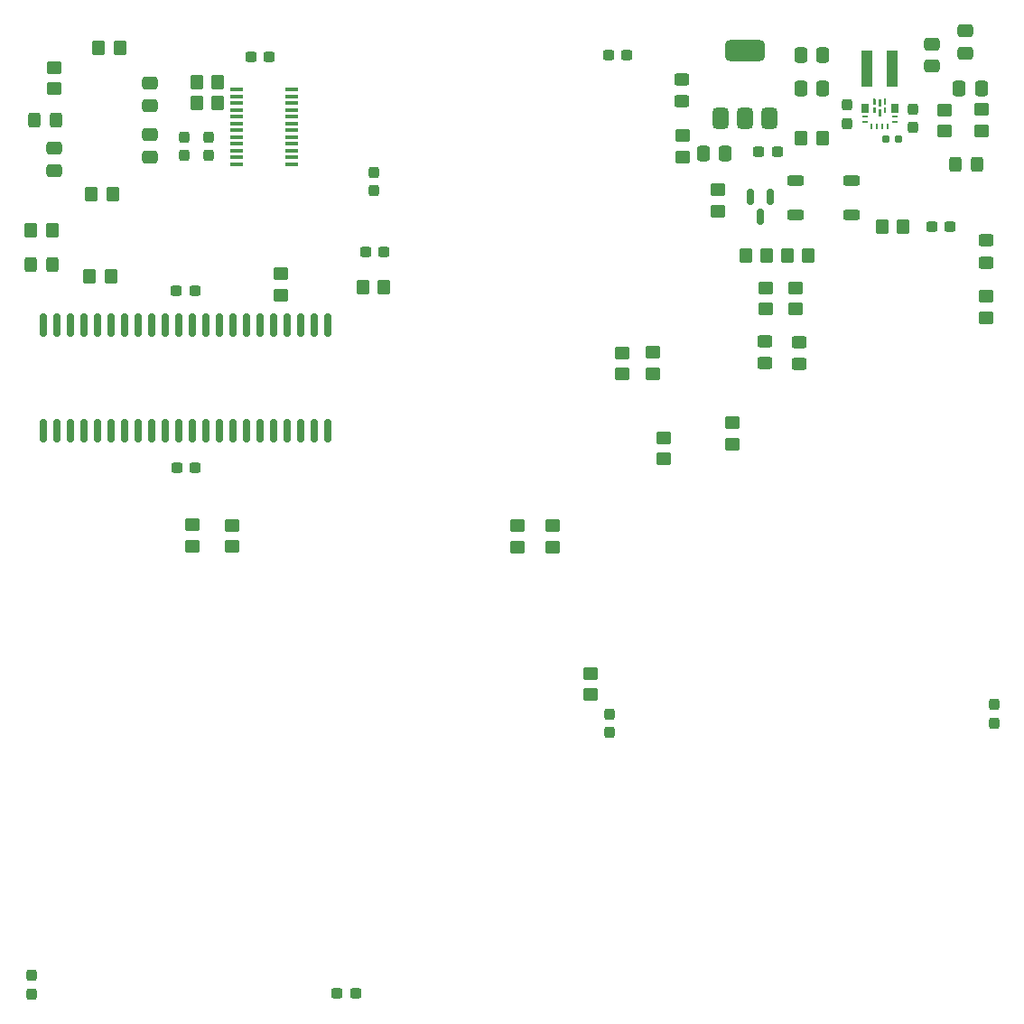
<source format=gtp>
G04 #@! TF.GenerationSoftware,KiCad,Pcbnew,8.0.8-8.0.8-0~ubuntu24.04.1*
G04 #@! TF.CreationDate,2025-02-16T17:20:59-06:00*
G04 #@! TF.ProjectId,SingleBoardComputer,53696e67-6c65-4426-9f61-7264436f6d70,2.0*
G04 #@! TF.SameCoordinates,Original*
G04 #@! TF.FileFunction,Paste,Top*
G04 #@! TF.FilePolarity,Positive*
%FSLAX46Y46*%
G04 Gerber Fmt 4.6, Leading zero omitted, Abs format (unit mm)*
G04 Created by KiCad (PCBNEW 8.0.8-8.0.8-0~ubuntu24.04.1) date 2025-02-16 17:20:59*
%MOMM*%
%LPD*%
G01*
G04 APERTURE LIST*
G04 Aperture macros list*
%AMRoundRect*
0 Rectangle with rounded corners*
0 $1 Rounding radius*
0 $2 $3 $4 $5 $6 $7 $8 $9 X,Y pos of 4 corners*
0 Add a 4 corners polygon primitive as box body*
4,1,4,$2,$3,$4,$5,$6,$7,$8,$9,$2,$3,0*
0 Add four circle primitives for the rounded corners*
1,1,$1+$1,$2,$3*
1,1,$1+$1,$4,$5*
1,1,$1+$1,$6,$7*
1,1,$1+$1,$8,$9*
0 Add four rect primitives between the rounded corners*
20,1,$1+$1,$2,$3,$4,$5,0*
20,1,$1+$1,$4,$5,$6,$7,0*
20,1,$1+$1,$6,$7,$8,$9,0*
20,1,$1+$1,$8,$9,$2,$3,0*%
G04 Aperture macros list end*
%ADD10C,0.000000*%
%ADD11RoundRect,0.250000X-0.325000X-0.450000X0.325000X-0.450000X0.325000X0.450000X-0.325000X0.450000X0*%
%ADD12RoundRect,0.237500X-0.237500X0.300000X-0.237500X-0.300000X0.237500X-0.300000X0.237500X0.300000X0*%
%ADD13RoundRect,0.250000X-0.450000X0.350000X-0.450000X-0.350000X0.450000X-0.350000X0.450000X0.350000X0*%
%ADD14RoundRect,0.250000X-0.350000X-0.450000X0.350000X-0.450000X0.350000X0.450000X-0.350000X0.450000X0*%
%ADD15RoundRect,0.250000X0.450000X-0.350000X0.450000X0.350000X-0.450000X0.350000X-0.450000X-0.350000X0*%
%ADD16RoundRect,0.237500X0.300000X0.237500X-0.300000X0.237500X-0.300000X-0.237500X0.300000X-0.237500X0*%
%ADD17RoundRect,0.250000X0.350000X0.450000X-0.350000X0.450000X-0.350000X-0.450000X0.350000X-0.450000X0*%
%ADD18RoundRect,0.237500X0.237500X-0.300000X0.237500X0.300000X-0.237500X0.300000X-0.237500X-0.300000X0*%
%ADD19RoundRect,0.250000X0.325000X0.450000X-0.325000X0.450000X-0.325000X-0.450000X0.325000X-0.450000X0*%
%ADD20RoundRect,0.250000X0.337500X0.475000X-0.337500X0.475000X-0.337500X-0.475000X0.337500X-0.475000X0*%
%ADD21RoundRect,0.250000X-0.475000X0.337500X-0.475000X-0.337500X0.475000X-0.337500X0.475000X0.337500X0*%
%ADD22R,0.980000X3.400000*%
%ADD23RoundRect,0.375000X0.375000X-0.625000X0.375000X0.625000X-0.375000X0.625000X-0.375000X-0.625000X0*%
%ADD24RoundRect,0.500000X1.400000X-0.500000X1.400000X0.500000X-1.400000X0.500000X-1.400000X-0.500000X0*%
%ADD25RoundRect,0.155000X-0.212500X-0.155000X0.212500X-0.155000X0.212500X0.155000X-0.212500X0.155000X0*%
%ADD26RoundRect,0.250000X0.475000X-0.337500X0.475000X0.337500X-0.475000X0.337500X-0.475000X-0.337500X0*%
%ADD27RoundRect,0.250000X0.450000X-0.325000X0.450000X0.325000X-0.450000X0.325000X-0.450000X-0.325000X0*%
%ADD28R,0.240000X0.599999*%
%ADD29R,0.599999X0.240000*%
%ADD30R,0.700001X0.850001*%
%ADD31RoundRect,0.250000X-0.450000X0.325000X-0.450000X-0.325000X0.450000X-0.325000X0.450000X0.325000X0*%
%ADD32RoundRect,0.237500X-0.300000X-0.237500X0.300000X-0.237500X0.300000X0.237500X-0.300000X0.237500X0*%
%ADD33RoundRect,0.150000X-0.150000X0.587500X-0.150000X-0.587500X0.150000X-0.587500X0.150000X0.587500X0*%
%ADD34R,1.200000X0.400000*%
%ADD35RoundRect,0.150000X-0.150000X0.925000X-0.150000X-0.925000X0.150000X-0.925000X0.150000X0.925000X0*%
%ADD36RoundRect,0.250000X-0.337500X-0.475000X0.337500X-0.475000X0.337500X0.475000X-0.337500X0.475000X0*%
%ADD37RoundRect,0.250000X0.525000X0.250000X-0.525000X0.250000X-0.525000X-0.250000X0.525000X-0.250000X0*%
G04 APERTURE END LIST*
D10*
G36*
X182997758Y-52385955D02*
G01*
X183007138Y-52388800D01*
X183015782Y-52393423D01*
X183023359Y-52399641D01*
X183029576Y-52407218D01*
X183034197Y-52415861D01*
X183037042Y-52425242D01*
X183038002Y-52434995D01*
X183038002Y-53084996D01*
X183037042Y-53094750D01*
X183034197Y-53104130D01*
X183029576Y-53112774D01*
X183023359Y-53120351D01*
X183015782Y-53126569D01*
X183007138Y-53131191D01*
X182997758Y-53134036D01*
X182988002Y-53134996D01*
X182838002Y-53134996D01*
X182828248Y-53134036D01*
X182818868Y-53131191D01*
X182810225Y-53126569D01*
X182802648Y-53120351D01*
X182796430Y-53112774D01*
X182791810Y-53104130D01*
X182788965Y-53094750D01*
X182788002Y-53084996D01*
X182788002Y-52434995D01*
X182788965Y-52425242D01*
X182791810Y-52415861D01*
X182796430Y-52407218D01*
X182802648Y-52399641D01*
X182810225Y-52393423D01*
X182818868Y-52388800D01*
X182828248Y-52385955D01*
X182838002Y-52384995D01*
X182988002Y-52384995D01*
X182997758Y-52385955D01*
G37*
G36*
X182997755Y-52385955D02*
G01*
X183007136Y-52388800D01*
X183015779Y-52393420D01*
X183023356Y-52399638D01*
X183029574Y-52407215D01*
X183034197Y-52415859D01*
X183037042Y-52425239D01*
X183038002Y-52434995D01*
X183038002Y-52584995D01*
X183037042Y-52594748D01*
X183034197Y-52604129D01*
X183029574Y-52612772D01*
X183023356Y-52620349D01*
X183015779Y-52626567D01*
X183007136Y-52631187D01*
X182997755Y-52634032D01*
X182988002Y-52634995D01*
X182488003Y-52634995D01*
X182478249Y-52634032D01*
X182468869Y-52631187D01*
X182460225Y-52626567D01*
X182452648Y-52620349D01*
X182446431Y-52612772D01*
X182441808Y-52604129D01*
X182438963Y-52594748D01*
X182438003Y-52584995D01*
X182438003Y-52434995D01*
X182438963Y-52425239D01*
X182441808Y-52415859D01*
X182446431Y-52407215D01*
X182452648Y-52399638D01*
X182460225Y-52393420D01*
X182468869Y-52388800D01*
X182478249Y-52385955D01*
X182488003Y-52384995D01*
X182988002Y-52384995D01*
X182997755Y-52385955D01*
G37*
G36*
X182997755Y-52885959D02*
G01*
X183007136Y-52888804D01*
X183015779Y-52893425D01*
X183023356Y-52899642D01*
X183029574Y-52907219D01*
X183034197Y-52915863D01*
X183037042Y-52925243D01*
X183038002Y-52934997D01*
X183038002Y-53084996D01*
X183037042Y-53094753D01*
X183034197Y-53104133D01*
X183029574Y-53112776D01*
X183023356Y-53120353D01*
X183015779Y-53126571D01*
X183007136Y-53131191D01*
X182997755Y-53134036D01*
X182988002Y-53134996D01*
X182488003Y-53134996D01*
X182478249Y-53134036D01*
X182468869Y-53131191D01*
X182460225Y-53126571D01*
X182452648Y-53120353D01*
X182446431Y-53112776D01*
X182441808Y-53104133D01*
X182438963Y-53094753D01*
X182438003Y-53084996D01*
X182438003Y-52934997D01*
X182438963Y-52925243D01*
X182441808Y-52915863D01*
X182446431Y-52907219D01*
X182452648Y-52899642D01*
X182460225Y-52893425D01*
X182468869Y-52888804D01*
X182478249Y-52885959D01*
X182488003Y-52884997D01*
X182988002Y-52884997D01*
X182997755Y-52885959D01*
G37*
G36*
X183722758Y-51835456D02*
G01*
X183732138Y-51838301D01*
X183740782Y-51842924D01*
X183748358Y-51849142D01*
X183754576Y-51856718D01*
X183759197Y-51865362D01*
X183762041Y-51874742D01*
X183763004Y-51884496D01*
X183763004Y-52359496D01*
X183762041Y-52369250D01*
X183759197Y-52378630D01*
X183754576Y-52387274D01*
X183748358Y-52394850D01*
X183740782Y-52401068D01*
X183732138Y-52405691D01*
X183722758Y-52408536D01*
X183713004Y-52409496D01*
X183563004Y-52409496D01*
X183553248Y-52408536D01*
X183543868Y-52405691D01*
X183535224Y-52401068D01*
X183527648Y-52394850D01*
X183521430Y-52387274D01*
X183516809Y-52378630D01*
X183513965Y-52369250D01*
X183513005Y-52359496D01*
X183513005Y-51884496D01*
X183513965Y-51874742D01*
X183516809Y-51865362D01*
X183521430Y-51856718D01*
X183527648Y-51849142D01*
X183535224Y-51842924D01*
X183543868Y-51838301D01*
X183553248Y-51835456D01*
X183563004Y-51834496D01*
X183713004Y-51834496D01*
X183722758Y-51835456D01*
G37*
G36*
X183722758Y-52610456D02*
G01*
X183732138Y-52613301D01*
X183740782Y-52617923D01*
X183748358Y-52624141D01*
X183754576Y-52631718D01*
X183759197Y-52640362D01*
X183762041Y-52649742D01*
X183763004Y-52659496D01*
X183763004Y-53134496D01*
X183762041Y-53144250D01*
X183759197Y-53153630D01*
X183754576Y-53162273D01*
X183748358Y-53169850D01*
X183740782Y-53176068D01*
X183732138Y-53180691D01*
X183722758Y-53183536D01*
X183713004Y-53184496D01*
X183563004Y-53184496D01*
X183553248Y-53183536D01*
X183543868Y-53180691D01*
X183535224Y-53176068D01*
X183527648Y-53169850D01*
X183521430Y-53162273D01*
X183516809Y-53153630D01*
X183513965Y-53144250D01*
X183513005Y-53134496D01*
X183513005Y-52659496D01*
X183513965Y-52649742D01*
X183516809Y-52640362D01*
X183521430Y-52631718D01*
X183527648Y-52624141D01*
X183535224Y-52617923D01*
X183543868Y-52613301D01*
X183553248Y-52610456D01*
X183563004Y-52609496D01*
X183713004Y-52609496D01*
X183722758Y-52610456D01*
G37*
G36*
X184222757Y-51865956D02*
G01*
X184232137Y-51868801D01*
X184240781Y-51873421D01*
X184248357Y-51879639D01*
X184254575Y-51887216D01*
X184259196Y-51895860D01*
X184262040Y-51905240D01*
X184263000Y-51914994D01*
X184263000Y-52534995D01*
X184262040Y-52544751D01*
X184259196Y-52554131D01*
X184254575Y-52562775D01*
X184248357Y-52570352D01*
X184240781Y-52576570D01*
X184232137Y-52581190D01*
X184222757Y-52584035D01*
X184213001Y-52584995D01*
X184063003Y-52584995D01*
X184053247Y-52584035D01*
X184043867Y-52581190D01*
X184035223Y-52576570D01*
X184027647Y-52570352D01*
X184021429Y-52562775D01*
X184016808Y-52554131D01*
X184013964Y-52544751D01*
X184013004Y-52534995D01*
X184013004Y-51914994D01*
X184013964Y-51905240D01*
X184016808Y-51895860D01*
X184021429Y-51887216D01*
X184027647Y-51879639D01*
X184035223Y-51873421D01*
X184043867Y-51868801D01*
X184053247Y-51865956D01*
X184063003Y-51864994D01*
X184213001Y-51864994D01*
X184222757Y-51865956D01*
G37*
G36*
X184222757Y-52785957D02*
G01*
X184232137Y-52788802D01*
X184240781Y-52793422D01*
X184248357Y-52799640D01*
X184254575Y-52807217D01*
X184259196Y-52815861D01*
X184262040Y-52825241D01*
X184263000Y-52834994D01*
X184263000Y-53454996D01*
X184262040Y-53464752D01*
X184259196Y-53474132D01*
X184254575Y-53482776D01*
X184248357Y-53490352D01*
X184240781Y-53496570D01*
X184232137Y-53501191D01*
X184222757Y-53504035D01*
X184213001Y-53504996D01*
X184063003Y-53504996D01*
X184053247Y-53504035D01*
X184043867Y-53501191D01*
X184035223Y-53496570D01*
X184027647Y-53490352D01*
X184021429Y-53482776D01*
X184016808Y-53474132D01*
X184013964Y-53464752D01*
X184013004Y-53454996D01*
X184013004Y-52834994D01*
X184013964Y-52825241D01*
X184016808Y-52815861D01*
X184021429Y-52807217D01*
X184027647Y-52799640D01*
X184035223Y-52793422D01*
X184043867Y-52788802D01*
X184053247Y-52785957D01*
X184063003Y-52784994D01*
X184213001Y-52784994D01*
X184222757Y-52785957D01*
G37*
G36*
X184722756Y-51835456D02*
G01*
X184732136Y-51838301D01*
X184740780Y-51842924D01*
X184748356Y-51849142D01*
X184754574Y-51856718D01*
X184759195Y-51865362D01*
X184762039Y-51874742D01*
X184762999Y-51884496D01*
X184762999Y-52359496D01*
X184762039Y-52369250D01*
X184759195Y-52378630D01*
X184754574Y-52387274D01*
X184748356Y-52394850D01*
X184740780Y-52401068D01*
X184732136Y-52405691D01*
X184722756Y-52408536D01*
X184713000Y-52409496D01*
X184563000Y-52409496D01*
X184553246Y-52408536D01*
X184543866Y-52405691D01*
X184535222Y-52401068D01*
X184527646Y-52394850D01*
X184521428Y-52387274D01*
X184516807Y-52378630D01*
X184513963Y-52369250D01*
X184513000Y-52359496D01*
X184513000Y-51884496D01*
X184513963Y-51874742D01*
X184516807Y-51865362D01*
X184521428Y-51856718D01*
X184527646Y-51849142D01*
X184535222Y-51842924D01*
X184543866Y-51838301D01*
X184553246Y-51835456D01*
X184563000Y-51834496D01*
X184713000Y-51834496D01*
X184722756Y-51835456D01*
G37*
G36*
X184722756Y-52610456D02*
G01*
X184732136Y-52613301D01*
X184740780Y-52617923D01*
X184748356Y-52624141D01*
X184754574Y-52631718D01*
X184759195Y-52640362D01*
X184762039Y-52649742D01*
X184762999Y-52659496D01*
X184762999Y-53134496D01*
X184762039Y-53144250D01*
X184759195Y-53153630D01*
X184754574Y-53162273D01*
X184748356Y-53169850D01*
X184740780Y-53176068D01*
X184732136Y-53180691D01*
X184722756Y-53183536D01*
X184713000Y-53184496D01*
X184563000Y-53184496D01*
X184553246Y-53183536D01*
X184543866Y-53180691D01*
X184535222Y-53176068D01*
X184527646Y-53169850D01*
X184521428Y-53162273D01*
X184516807Y-53153630D01*
X184513963Y-53144250D01*
X184513000Y-53134496D01*
X184513000Y-52659496D01*
X184513963Y-52649742D01*
X184516807Y-52640362D01*
X184521428Y-52631718D01*
X184527646Y-52624141D01*
X184535222Y-52617923D01*
X184543866Y-52613301D01*
X184553246Y-52610456D01*
X184563000Y-52609496D01*
X184713000Y-52609496D01*
X184722756Y-52610456D01*
G37*
G36*
X185797755Y-52385955D02*
G01*
X185807135Y-52388800D01*
X185815779Y-52393420D01*
X185823356Y-52399638D01*
X185829573Y-52407215D01*
X185834196Y-52415859D01*
X185837041Y-52425239D01*
X185838001Y-52434995D01*
X185838001Y-52584995D01*
X185837041Y-52594748D01*
X185834196Y-52604129D01*
X185829573Y-52612772D01*
X185823356Y-52620349D01*
X185815779Y-52626567D01*
X185807135Y-52631187D01*
X185797755Y-52634032D01*
X185788001Y-52634995D01*
X185288002Y-52634995D01*
X185278249Y-52634032D01*
X185268868Y-52631187D01*
X185260225Y-52626567D01*
X185252648Y-52620349D01*
X185246430Y-52612772D01*
X185241807Y-52604129D01*
X185238962Y-52594748D01*
X185238002Y-52584995D01*
X185238002Y-52434995D01*
X185238962Y-52425239D01*
X185241807Y-52415859D01*
X185246430Y-52407215D01*
X185252648Y-52399638D01*
X185260225Y-52393420D01*
X185268868Y-52388800D01*
X185278249Y-52385955D01*
X185288002Y-52384995D01*
X185788001Y-52384995D01*
X185797755Y-52385955D01*
G37*
G36*
X185797755Y-52885959D02*
G01*
X185807135Y-52888804D01*
X185815779Y-52893425D01*
X185823356Y-52899642D01*
X185829573Y-52907219D01*
X185834196Y-52915863D01*
X185837041Y-52925243D01*
X185838001Y-52934997D01*
X185838001Y-53084996D01*
X185837041Y-53094753D01*
X185834196Y-53104133D01*
X185829573Y-53112776D01*
X185823356Y-53120353D01*
X185815779Y-53126571D01*
X185807135Y-53131191D01*
X185797755Y-53134036D01*
X185788001Y-53134996D01*
X185288002Y-53134996D01*
X185278249Y-53134036D01*
X185268868Y-53131191D01*
X185260225Y-53126571D01*
X185252648Y-53120353D01*
X185246430Y-53112776D01*
X185241807Y-53104133D01*
X185238962Y-53094753D01*
X185238002Y-53084996D01*
X185238002Y-52934997D01*
X185238962Y-52925243D01*
X185241807Y-52915863D01*
X185246430Y-52907219D01*
X185252648Y-52899642D01*
X185260225Y-52893425D01*
X185268868Y-52888804D01*
X185278249Y-52885959D01*
X185288002Y-52884997D01*
X185788001Y-52884997D01*
X185797755Y-52885959D01*
G37*
G36*
X185447756Y-52385955D02*
G01*
X185457136Y-52388800D01*
X185465779Y-52393423D01*
X185473356Y-52399641D01*
X185479574Y-52407218D01*
X185484194Y-52415861D01*
X185487039Y-52425242D01*
X185488002Y-52434995D01*
X185488002Y-53084996D01*
X185487039Y-53094750D01*
X185484194Y-53104130D01*
X185479574Y-53112774D01*
X185473356Y-53120351D01*
X185465779Y-53126569D01*
X185457136Y-53131191D01*
X185447756Y-53134036D01*
X185438002Y-53134996D01*
X185288002Y-53134996D01*
X185278246Y-53134036D01*
X185268866Y-53131191D01*
X185260222Y-53126569D01*
X185252645Y-53120351D01*
X185246428Y-53112774D01*
X185241807Y-53104130D01*
X185238962Y-53094750D01*
X185238002Y-53084996D01*
X185238002Y-52434995D01*
X185238962Y-52425242D01*
X185241807Y-52415861D01*
X185246428Y-52407218D01*
X185252645Y-52399641D01*
X185260222Y-52393423D01*
X185268866Y-52388800D01*
X185278246Y-52385955D01*
X185288002Y-52384995D01*
X185438002Y-52384995D01*
X185447756Y-52385955D01*
G37*
D11*
X191250000Y-57975000D03*
X193300000Y-57975000D03*
D12*
X194900000Y-108637500D03*
X194900000Y-110362500D03*
D13*
X119725000Y-91800000D03*
X119725000Y-93800000D03*
D14*
X110912400Y-47066200D03*
X112912400Y-47066200D03*
D15*
X157040000Y-107700000D03*
X157040000Y-105700000D03*
D16*
X134987500Y-135725000D03*
X133262500Y-135725000D03*
D15*
X160020000Y-77657200D03*
X160020000Y-75657200D03*
D17*
X177470000Y-66560000D03*
X175470000Y-66560000D03*
D18*
X158830000Y-111252500D03*
X158830000Y-109527500D03*
D19*
X106900000Y-53850000D03*
X104850000Y-53850000D03*
D13*
X176276000Y-69561200D03*
X176276000Y-71561200D03*
D12*
X118900000Y-55447900D03*
X118900000Y-57172900D03*
D20*
X169660200Y-56940200D03*
X167585200Y-56940200D03*
D21*
X192160200Y-45452700D03*
X192160200Y-47527700D03*
D13*
X170310000Y-82200000D03*
X170310000Y-84200000D03*
X168950000Y-60360000D03*
X168950000Y-62360000D03*
D22*
X182915600Y-49011800D03*
X185285600Y-49011800D03*
D17*
X122090200Y-50310200D03*
X120090200Y-50310200D03*
D18*
X181052600Y-54141500D03*
X181052600Y-52416500D03*
D12*
X121200000Y-55437500D03*
X121200000Y-57162500D03*
D23*
X169210200Y-53640200D03*
X171510200Y-53640200D03*
D24*
X171510200Y-47340200D03*
D23*
X173810200Y-53640200D03*
D25*
X184757500Y-55625000D03*
X185892500Y-55625000D03*
D17*
X186350000Y-63800000D03*
X184350000Y-63800000D03*
D13*
X163920000Y-83610000D03*
X163920000Y-85610000D03*
D26*
X115712200Y-52457700D03*
X115712200Y-50382700D03*
D13*
X153450000Y-91850000D03*
X153450000Y-93850000D03*
D16*
X160437500Y-47750000D03*
X158712500Y-47750000D03*
D21*
X189060200Y-46702700D03*
X189060200Y-48777700D03*
D27*
X173370000Y-76600000D03*
X173370000Y-74550000D03*
D28*
X183388001Y-54434996D03*
X183888000Y-54434996D03*
X184388002Y-54434996D03*
X184888000Y-54434996D03*
D29*
X185538002Y-54009996D03*
X185538002Y-53509997D03*
D30*
X185538002Y-52759996D03*
X185538002Y-52759996D03*
X182738002Y-52759996D03*
X182738002Y-52759996D03*
D29*
X182738002Y-53509997D03*
X182738002Y-54009996D03*
D20*
X193660200Y-50890200D03*
X191585200Y-50890200D03*
D31*
X165600000Y-50000000D03*
X165600000Y-52050000D03*
D13*
X173456600Y-71545200D03*
X173456600Y-69545200D03*
X150150000Y-91850000D03*
X150150000Y-93850000D03*
D31*
X194125000Y-65125000D03*
X194125000Y-67175000D03*
D14*
X110075000Y-68450000D03*
X112075000Y-68450000D03*
D16*
X137662500Y-66225000D03*
X135937500Y-66225000D03*
D14*
X135675000Y-69525000D03*
X137675000Y-69525000D03*
X176759300Y-55488800D03*
X178759300Y-55488800D03*
D32*
X125197700Y-47900000D03*
X126922700Y-47900000D03*
D27*
X176580000Y-76710000D03*
X176580000Y-74660000D03*
D13*
X123400000Y-91825000D03*
X123400000Y-93825000D03*
D33*
X173892500Y-61022500D03*
X171992500Y-61022500D03*
X172942500Y-62897500D03*
D15*
X194150000Y-72375000D03*
X194150000Y-70375000D03*
D21*
X115720200Y-55218200D03*
X115720200Y-57293200D03*
D13*
X190230700Y-52888600D03*
X190230700Y-54888600D03*
D34*
X129040200Y-57960200D03*
X129040200Y-57325200D03*
X129040200Y-56690200D03*
X129040200Y-56055200D03*
X129040200Y-55420200D03*
X129040200Y-54785200D03*
X129040200Y-54150200D03*
X129040200Y-53515200D03*
X129040200Y-52880200D03*
X129040200Y-52245200D03*
X129040200Y-51610200D03*
X129040200Y-50975200D03*
X123840200Y-50975200D03*
X123840200Y-51610200D03*
X123840200Y-52245200D03*
X123840200Y-52880200D03*
X123840200Y-53515200D03*
X123840200Y-54150200D03*
X123840200Y-54785200D03*
X123840200Y-55420200D03*
X123840200Y-56055200D03*
X123840200Y-56690200D03*
X123840200Y-57325200D03*
X123840200Y-57960200D03*
D35*
X132400200Y-73040200D03*
X131130200Y-73040200D03*
X129860200Y-73040200D03*
X128590200Y-73040200D03*
X127320200Y-73040200D03*
X126050200Y-73040200D03*
X124780200Y-73040200D03*
X123510200Y-73040200D03*
X122240200Y-73040200D03*
X120970200Y-73040200D03*
X119700200Y-73040200D03*
X118430200Y-73040200D03*
X117160200Y-73040200D03*
X115890200Y-73040200D03*
X114620200Y-73040200D03*
X113350200Y-73040200D03*
X112080200Y-73040200D03*
X110810200Y-73040200D03*
X109540200Y-73040200D03*
X108270200Y-73040200D03*
X107000200Y-73040200D03*
X105730200Y-73040200D03*
X105730200Y-82940200D03*
X107000200Y-82940200D03*
X108270200Y-82940200D03*
X109540200Y-82940200D03*
X110810200Y-82940200D03*
X112080200Y-82940200D03*
X113350200Y-82940200D03*
X114620200Y-82940200D03*
X115890200Y-82940200D03*
X117160200Y-82940200D03*
X118430200Y-82940200D03*
X119700200Y-82940200D03*
X120970200Y-82940200D03*
X122240200Y-82940200D03*
X123510200Y-82940200D03*
X124780200Y-82940200D03*
X126050200Y-82940200D03*
X127320200Y-82940200D03*
X128590200Y-82940200D03*
X129860200Y-82940200D03*
X131130200Y-82940200D03*
X132400200Y-82940200D03*
D12*
X187224800Y-52821800D03*
X187224800Y-54546800D03*
D17*
X122090200Y-52240200D03*
X120090200Y-52240200D03*
D13*
X193675000Y-52850000D03*
X193675000Y-54850000D03*
D17*
X173560000Y-66570000D03*
X171560000Y-66570000D03*
D15*
X165700000Y-57300000D03*
X165700000Y-55300000D03*
D13*
X127975000Y-68225000D03*
X127975000Y-70225000D03*
D21*
X106750000Y-56487500D03*
X106750000Y-58562500D03*
D16*
X174522700Y-56840200D03*
X172797700Y-56840200D03*
D36*
X176747300Y-47699800D03*
X178822300Y-47699800D03*
D16*
X119922700Y-69840200D03*
X118197700Y-69840200D03*
D19*
X106600000Y-67400000D03*
X104550000Y-67400000D03*
D12*
X136700000Y-58712500D03*
X136700000Y-60437500D03*
D37*
X181525000Y-62750000D03*
X176275000Y-62750000D03*
X181525000Y-59550000D03*
X176275000Y-59550000D03*
D15*
X162890200Y-77631800D03*
X162890200Y-75631800D03*
D18*
X104625000Y-135762500D03*
X104625000Y-134037500D03*
D36*
X176725800Y-50900200D03*
X178800800Y-50900200D03*
D14*
X110230200Y-60740200D03*
X112230200Y-60740200D03*
D32*
X189012900Y-63790200D03*
X190737900Y-63790200D03*
D15*
X106750000Y-50900000D03*
X106750000Y-48900000D03*
D32*
X118262500Y-86400000D03*
X119987500Y-86400000D03*
D17*
X106550000Y-64125000D03*
X104550000Y-64125000D03*
M02*

</source>
